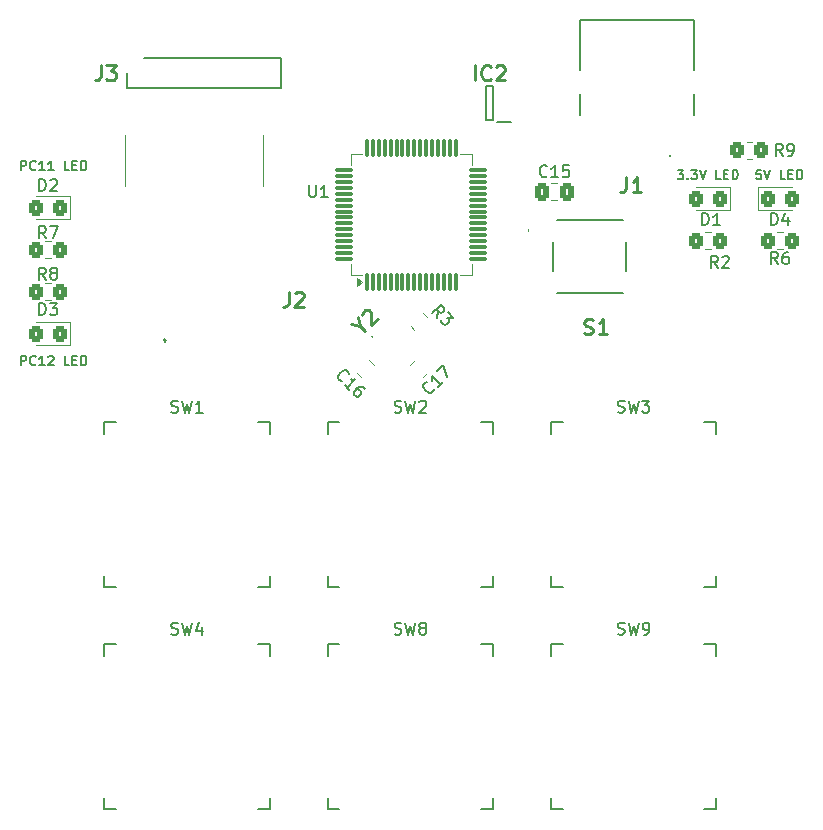
<source format=gto>
G04 #@! TF.GenerationSoftware,KiCad,Pcbnew,8.0.7*
G04 #@! TF.CreationDate,2025-04-22T23:12:23-04:00*
G04 #@! TF.ProjectId,custom-keypad,63757374-6f6d-42d6-9b65-797061642e6b,rev?*
G04 #@! TF.SameCoordinates,Original*
G04 #@! TF.FileFunction,Legend,Top*
G04 #@! TF.FilePolarity,Positive*
%FSLAX46Y46*%
G04 Gerber Fmt 4.6, Leading zero omitted, Abs format (unit mm)*
G04 Created by KiCad (PCBNEW 8.0.7) date 2025-04-22 23:12:23*
%MOMM*%
%LPD*%
G01*
G04 APERTURE LIST*
G04 Aperture macros list*
%AMRoundRect*
0 Rectangle with rounded corners*
0 $1 Rounding radius*
0 $2 $3 $4 $5 $6 $7 $8 $9 X,Y pos of 4 corners*
0 Add a 4 corners polygon primitive as box body*
4,1,4,$2,$3,$4,$5,$6,$7,$8,$9,$2,$3,0*
0 Add four circle primitives for the rounded corners*
1,1,$1+$1,$2,$3*
1,1,$1+$1,$4,$5*
1,1,$1+$1,$6,$7*
1,1,$1+$1,$8,$9*
0 Add four rect primitives between the rounded corners*
20,1,$1+$1,$2,$3,$4,$5,0*
20,1,$1+$1,$4,$5,$6,$7,0*
20,1,$1+$1,$6,$7,$8,$9,0*
20,1,$1+$1,$8,$9,$2,$3,0*%
%AMRotRect*
0 Rectangle, with rotation*
0 The origin of the aperture is its center*
0 $1 length*
0 $2 width*
0 $3 Rotation angle, in degrees counterclockwise*
0 Add horizontal line*
21,1,$1,$2,0,0,$3*%
G04 Aperture macros list end*
%ADD10C,0.187500*%
%ADD11C,0.150000*%
%ADD12C,0.254000*%
%ADD13C,0.120000*%
%ADD14C,0.200000*%
%ADD15C,0.100000*%
%ADD16R,1.650000X1.650000*%
%ADD17C,1.650000*%
%ADD18RoundRect,0.250000X-0.325000X-0.450000X0.325000X-0.450000X0.325000X0.450000X-0.325000X0.450000X0*%
%ADD19RoundRect,0.250000X0.350000X0.450000X-0.350000X0.450000X-0.350000X-0.450000X0.350000X-0.450000X0*%
%ADD20C,1.701800*%
%ADD21C,3.987800*%
%ADD22C,2.286000*%
%ADD23C,3.200000*%
%ADD24R,1.200000X0.600000*%
%ADD25RoundRect,0.250000X0.325000X0.450000X-0.325000X0.450000X-0.325000X-0.450000X0.325000X-0.450000X0*%
%ADD26RoundRect,0.250000X-0.337500X-0.475000X0.337500X-0.475000X0.337500X0.475000X-0.337500X0.475000X0*%
%ADD27R,1.550000X1.300000*%
%ADD28RotRect,0.700000X0.750000X45.000000*%
%ADD29RoundRect,0.250000X0.565685X0.070711X0.070711X0.565685X-0.565685X-0.070711X-0.070711X-0.565685X0*%
%ADD30RoundRect,0.250000X-0.097227X0.574524X-0.574524X0.097227X0.097227X-0.574524X0.574524X-0.097227X0*%
%ADD31C,1.800000*%
%ADD32C,4.950000*%
%ADD33RoundRect,0.250000X-0.350000X-0.450000X0.350000X-0.450000X0.350000X0.450000X-0.350000X0.450000X0*%
%ADD34RoundRect,0.075000X0.075000X-0.700000X0.075000X0.700000X-0.075000X0.700000X-0.075000X-0.700000X0*%
%ADD35RoundRect,0.075000X0.700000X-0.075000X0.700000X0.075000X-0.700000X0.075000X-0.700000X-0.075000X0*%
%ADD36C,0.650000*%
%ADD37C,1.000000*%
%ADD38R,0.300000X1.700000*%
%ADD39C,1.815000*%
%ADD40R,1.000000X1.200000*%
%ADD41RoundRect,0.250000X-0.574524X-0.097227X-0.097227X-0.574524X0.574524X0.097227X0.097227X0.574524X0*%
%ADD42C,0.600000*%
%ADD43C,6.000000*%
G04 APERTURE END LIST*
D10*
X107933640Y-35668345D02*
X108428878Y-35668345D01*
X108428878Y-35668345D02*
X108162212Y-35973107D01*
X108162212Y-35973107D02*
X108276497Y-35973107D01*
X108276497Y-35973107D02*
X108352688Y-36011202D01*
X108352688Y-36011202D02*
X108390783Y-36049297D01*
X108390783Y-36049297D02*
X108428878Y-36125488D01*
X108428878Y-36125488D02*
X108428878Y-36315964D01*
X108428878Y-36315964D02*
X108390783Y-36392154D01*
X108390783Y-36392154D02*
X108352688Y-36430250D01*
X108352688Y-36430250D02*
X108276497Y-36468345D01*
X108276497Y-36468345D02*
X108047926Y-36468345D01*
X108047926Y-36468345D02*
X107971735Y-36430250D01*
X107971735Y-36430250D02*
X107933640Y-36392154D01*
X108771736Y-36392154D02*
X108809831Y-36430250D01*
X108809831Y-36430250D02*
X108771736Y-36468345D01*
X108771736Y-36468345D02*
X108733640Y-36430250D01*
X108733640Y-36430250D02*
X108771736Y-36392154D01*
X108771736Y-36392154D02*
X108771736Y-36468345D01*
X109076497Y-35668345D02*
X109571735Y-35668345D01*
X109571735Y-35668345D02*
X109305069Y-35973107D01*
X109305069Y-35973107D02*
X109419354Y-35973107D01*
X109419354Y-35973107D02*
X109495545Y-36011202D01*
X109495545Y-36011202D02*
X109533640Y-36049297D01*
X109533640Y-36049297D02*
X109571735Y-36125488D01*
X109571735Y-36125488D02*
X109571735Y-36315964D01*
X109571735Y-36315964D02*
X109533640Y-36392154D01*
X109533640Y-36392154D02*
X109495545Y-36430250D01*
X109495545Y-36430250D02*
X109419354Y-36468345D01*
X109419354Y-36468345D02*
X109190783Y-36468345D01*
X109190783Y-36468345D02*
X109114592Y-36430250D01*
X109114592Y-36430250D02*
X109076497Y-36392154D01*
X109800307Y-35668345D02*
X110066974Y-36468345D01*
X110066974Y-36468345D02*
X110333640Y-35668345D01*
X111590783Y-36468345D02*
X111209831Y-36468345D01*
X111209831Y-36468345D02*
X111209831Y-35668345D01*
X111857450Y-36049297D02*
X112124116Y-36049297D01*
X112238402Y-36468345D02*
X111857450Y-36468345D01*
X111857450Y-36468345D02*
X111857450Y-35668345D01*
X111857450Y-35668345D02*
X112238402Y-35668345D01*
X112581260Y-36468345D02*
X112581260Y-35668345D01*
X112581260Y-35668345D02*
X112771736Y-35668345D01*
X112771736Y-35668345D02*
X112886022Y-35706440D01*
X112886022Y-35706440D02*
X112962212Y-35782630D01*
X112962212Y-35782630D02*
X113000307Y-35858821D01*
X113000307Y-35858821D02*
X113038403Y-36011202D01*
X113038403Y-36011202D02*
X113038403Y-36125488D01*
X113038403Y-36125488D02*
X113000307Y-36277869D01*
X113000307Y-36277869D02*
X112962212Y-36354059D01*
X112962212Y-36354059D02*
X112886022Y-36430250D01*
X112886022Y-36430250D02*
X112771736Y-36468345D01*
X112771736Y-36468345D02*
X112581260Y-36468345D01*
X52313831Y-35706345D02*
X52313831Y-34906345D01*
X52313831Y-34906345D02*
X52618593Y-34906345D01*
X52618593Y-34906345D02*
X52694783Y-34944440D01*
X52694783Y-34944440D02*
X52732878Y-34982535D01*
X52732878Y-34982535D02*
X52770974Y-35058726D01*
X52770974Y-35058726D02*
X52770974Y-35173011D01*
X52770974Y-35173011D02*
X52732878Y-35249202D01*
X52732878Y-35249202D02*
X52694783Y-35287297D01*
X52694783Y-35287297D02*
X52618593Y-35325392D01*
X52618593Y-35325392D02*
X52313831Y-35325392D01*
X53570974Y-35630154D02*
X53532878Y-35668250D01*
X53532878Y-35668250D02*
X53418593Y-35706345D01*
X53418593Y-35706345D02*
X53342402Y-35706345D01*
X53342402Y-35706345D02*
X53228116Y-35668250D01*
X53228116Y-35668250D02*
X53151926Y-35592059D01*
X53151926Y-35592059D02*
X53113831Y-35515869D01*
X53113831Y-35515869D02*
X53075735Y-35363488D01*
X53075735Y-35363488D02*
X53075735Y-35249202D01*
X53075735Y-35249202D02*
X53113831Y-35096821D01*
X53113831Y-35096821D02*
X53151926Y-35020630D01*
X53151926Y-35020630D02*
X53228116Y-34944440D01*
X53228116Y-34944440D02*
X53342402Y-34906345D01*
X53342402Y-34906345D02*
X53418593Y-34906345D01*
X53418593Y-34906345D02*
X53532878Y-34944440D01*
X53532878Y-34944440D02*
X53570974Y-34982535D01*
X54332878Y-35706345D02*
X53875735Y-35706345D01*
X54104307Y-35706345D02*
X54104307Y-34906345D01*
X54104307Y-34906345D02*
X54028116Y-35020630D01*
X54028116Y-35020630D02*
X53951926Y-35096821D01*
X53951926Y-35096821D02*
X53875735Y-35134916D01*
X55094783Y-35706345D02*
X54637640Y-35706345D01*
X54866212Y-35706345D02*
X54866212Y-34906345D01*
X54866212Y-34906345D02*
X54790021Y-35020630D01*
X54790021Y-35020630D02*
X54713831Y-35096821D01*
X54713831Y-35096821D02*
X54637640Y-35134916D01*
X56428117Y-35706345D02*
X56047165Y-35706345D01*
X56047165Y-35706345D02*
X56047165Y-34906345D01*
X56694784Y-35287297D02*
X56961450Y-35287297D01*
X57075736Y-35706345D02*
X56694784Y-35706345D01*
X56694784Y-35706345D02*
X56694784Y-34906345D01*
X56694784Y-34906345D02*
X57075736Y-34906345D01*
X57418594Y-35706345D02*
X57418594Y-34906345D01*
X57418594Y-34906345D02*
X57609070Y-34906345D01*
X57609070Y-34906345D02*
X57723356Y-34944440D01*
X57723356Y-34944440D02*
X57799546Y-35020630D01*
X57799546Y-35020630D02*
X57837641Y-35096821D01*
X57837641Y-35096821D02*
X57875737Y-35249202D01*
X57875737Y-35249202D02*
X57875737Y-35363488D01*
X57875737Y-35363488D02*
X57837641Y-35515869D01*
X57837641Y-35515869D02*
X57799546Y-35592059D01*
X57799546Y-35592059D02*
X57723356Y-35668250D01*
X57723356Y-35668250D02*
X57609070Y-35706345D01*
X57609070Y-35706345D02*
X57418594Y-35706345D01*
X52313831Y-52216345D02*
X52313831Y-51416345D01*
X52313831Y-51416345D02*
X52618593Y-51416345D01*
X52618593Y-51416345D02*
X52694783Y-51454440D01*
X52694783Y-51454440D02*
X52732878Y-51492535D01*
X52732878Y-51492535D02*
X52770974Y-51568726D01*
X52770974Y-51568726D02*
X52770974Y-51683011D01*
X52770974Y-51683011D02*
X52732878Y-51759202D01*
X52732878Y-51759202D02*
X52694783Y-51797297D01*
X52694783Y-51797297D02*
X52618593Y-51835392D01*
X52618593Y-51835392D02*
X52313831Y-51835392D01*
X53570974Y-52140154D02*
X53532878Y-52178250D01*
X53532878Y-52178250D02*
X53418593Y-52216345D01*
X53418593Y-52216345D02*
X53342402Y-52216345D01*
X53342402Y-52216345D02*
X53228116Y-52178250D01*
X53228116Y-52178250D02*
X53151926Y-52102059D01*
X53151926Y-52102059D02*
X53113831Y-52025869D01*
X53113831Y-52025869D02*
X53075735Y-51873488D01*
X53075735Y-51873488D02*
X53075735Y-51759202D01*
X53075735Y-51759202D02*
X53113831Y-51606821D01*
X53113831Y-51606821D02*
X53151926Y-51530630D01*
X53151926Y-51530630D02*
X53228116Y-51454440D01*
X53228116Y-51454440D02*
X53342402Y-51416345D01*
X53342402Y-51416345D02*
X53418593Y-51416345D01*
X53418593Y-51416345D02*
X53532878Y-51454440D01*
X53532878Y-51454440D02*
X53570974Y-51492535D01*
X54332878Y-52216345D02*
X53875735Y-52216345D01*
X54104307Y-52216345D02*
X54104307Y-51416345D01*
X54104307Y-51416345D02*
X54028116Y-51530630D01*
X54028116Y-51530630D02*
X53951926Y-51606821D01*
X53951926Y-51606821D02*
X53875735Y-51644916D01*
X54637640Y-51492535D02*
X54675736Y-51454440D01*
X54675736Y-51454440D02*
X54751926Y-51416345D01*
X54751926Y-51416345D02*
X54942402Y-51416345D01*
X54942402Y-51416345D02*
X55018593Y-51454440D01*
X55018593Y-51454440D02*
X55056688Y-51492535D01*
X55056688Y-51492535D02*
X55094783Y-51568726D01*
X55094783Y-51568726D02*
X55094783Y-51644916D01*
X55094783Y-51644916D02*
X55056688Y-51759202D01*
X55056688Y-51759202D02*
X54599545Y-52216345D01*
X54599545Y-52216345D02*
X55094783Y-52216345D01*
X56428117Y-52216345D02*
X56047165Y-52216345D01*
X56047165Y-52216345D02*
X56047165Y-51416345D01*
X56694784Y-51797297D02*
X56961450Y-51797297D01*
X57075736Y-52216345D02*
X56694784Y-52216345D01*
X56694784Y-52216345D02*
X56694784Y-51416345D01*
X56694784Y-51416345D02*
X57075736Y-51416345D01*
X57418594Y-52216345D02*
X57418594Y-51416345D01*
X57418594Y-51416345D02*
X57609070Y-51416345D01*
X57609070Y-51416345D02*
X57723356Y-51454440D01*
X57723356Y-51454440D02*
X57799546Y-51530630D01*
X57799546Y-51530630D02*
X57837641Y-51606821D01*
X57837641Y-51606821D02*
X57875737Y-51759202D01*
X57875737Y-51759202D02*
X57875737Y-51873488D01*
X57875737Y-51873488D02*
X57837641Y-52025869D01*
X57837641Y-52025869D02*
X57799546Y-52102059D01*
X57799546Y-52102059D02*
X57723356Y-52178250D01*
X57723356Y-52178250D02*
X57609070Y-52216345D01*
X57609070Y-52216345D02*
X57418594Y-52216345D01*
X114994783Y-35668345D02*
X114613831Y-35668345D01*
X114613831Y-35668345D02*
X114575735Y-36049297D01*
X114575735Y-36049297D02*
X114613831Y-36011202D01*
X114613831Y-36011202D02*
X114690021Y-35973107D01*
X114690021Y-35973107D02*
X114880497Y-35973107D01*
X114880497Y-35973107D02*
X114956688Y-36011202D01*
X114956688Y-36011202D02*
X114994783Y-36049297D01*
X114994783Y-36049297D02*
X115032878Y-36125488D01*
X115032878Y-36125488D02*
X115032878Y-36315964D01*
X115032878Y-36315964D02*
X114994783Y-36392154D01*
X114994783Y-36392154D02*
X114956688Y-36430250D01*
X114956688Y-36430250D02*
X114880497Y-36468345D01*
X114880497Y-36468345D02*
X114690021Y-36468345D01*
X114690021Y-36468345D02*
X114613831Y-36430250D01*
X114613831Y-36430250D02*
X114575735Y-36392154D01*
X115261450Y-35668345D02*
X115528117Y-36468345D01*
X115528117Y-36468345D02*
X115794783Y-35668345D01*
X117051926Y-36468345D02*
X116670974Y-36468345D01*
X116670974Y-36468345D02*
X116670974Y-35668345D01*
X117318593Y-36049297D02*
X117585259Y-36049297D01*
X117699545Y-36468345D02*
X117318593Y-36468345D01*
X117318593Y-36468345D02*
X117318593Y-35668345D01*
X117318593Y-35668345D02*
X117699545Y-35668345D01*
X118042403Y-36468345D02*
X118042403Y-35668345D01*
X118042403Y-35668345D02*
X118232879Y-35668345D01*
X118232879Y-35668345D02*
X118347165Y-35706440D01*
X118347165Y-35706440D02*
X118423355Y-35782630D01*
X118423355Y-35782630D02*
X118461450Y-35858821D01*
X118461450Y-35858821D02*
X118499546Y-36011202D01*
X118499546Y-36011202D02*
X118499546Y-36125488D01*
X118499546Y-36125488D02*
X118461450Y-36277869D01*
X118461450Y-36277869D02*
X118423355Y-36354059D01*
X118423355Y-36354059D02*
X118347165Y-36430250D01*
X118347165Y-36430250D02*
X118232879Y-36468345D01*
X118232879Y-36468345D02*
X118042403Y-36468345D01*
D11*
X115847905Y-40332819D02*
X115847905Y-39332819D01*
X115847905Y-39332819D02*
X116086000Y-39332819D01*
X116086000Y-39332819D02*
X116228857Y-39380438D01*
X116228857Y-39380438D02*
X116324095Y-39475676D01*
X116324095Y-39475676D02*
X116371714Y-39570914D01*
X116371714Y-39570914D02*
X116419333Y-39761390D01*
X116419333Y-39761390D02*
X116419333Y-39904247D01*
X116419333Y-39904247D02*
X116371714Y-40094723D01*
X116371714Y-40094723D02*
X116324095Y-40189961D01*
X116324095Y-40189961D02*
X116228857Y-40285200D01*
X116228857Y-40285200D02*
X116086000Y-40332819D01*
X116086000Y-40332819D02*
X115847905Y-40332819D01*
X117276476Y-39666152D02*
X117276476Y-40332819D01*
X117038381Y-39285200D02*
X116800286Y-39999485D01*
X116800286Y-39999485D02*
X117419333Y-39999485D01*
X54443333Y-41454819D02*
X54110000Y-40978628D01*
X53871905Y-41454819D02*
X53871905Y-40454819D01*
X53871905Y-40454819D02*
X54252857Y-40454819D01*
X54252857Y-40454819D02*
X54348095Y-40502438D01*
X54348095Y-40502438D02*
X54395714Y-40550057D01*
X54395714Y-40550057D02*
X54443333Y-40645295D01*
X54443333Y-40645295D02*
X54443333Y-40788152D01*
X54443333Y-40788152D02*
X54395714Y-40883390D01*
X54395714Y-40883390D02*
X54348095Y-40931009D01*
X54348095Y-40931009D02*
X54252857Y-40978628D01*
X54252857Y-40978628D02*
X53871905Y-40978628D01*
X54776667Y-40454819D02*
X55443333Y-40454819D01*
X55443333Y-40454819D02*
X55014762Y-41454819D01*
X65068667Y-74956200D02*
X65211524Y-75003819D01*
X65211524Y-75003819D02*
X65449619Y-75003819D01*
X65449619Y-75003819D02*
X65544857Y-74956200D01*
X65544857Y-74956200D02*
X65592476Y-74908580D01*
X65592476Y-74908580D02*
X65640095Y-74813342D01*
X65640095Y-74813342D02*
X65640095Y-74718104D01*
X65640095Y-74718104D02*
X65592476Y-74622866D01*
X65592476Y-74622866D02*
X65544857Y-74575247D01*
X65544857Y-74575247D02*
X65449619Y-74527628D01*
X65449619Y-74527628D02*
X65259143Y-74480009D01*
X65259143Y-74480009D02*
X65163905Y-74432390D01*
X65163905Y-74432390D02*
X65116286Y-74384771D01*
X65116286Y-74384771D02*
X65068667Y-74289533D01*
X65068667Y-74289533D02*
X65068667Y-74194295D01*
X65068667Y-74194295D02*
X65116286Y-74099057D01*
X65116286Y-74099057D02*
X65163905Y-74051438D01*
X65163905Y-74051438D02*
X65259143Y-74003819D01*
X65259143Y-74003819D02*
X65497238Y-74003819D01*
X65497238Y-74003819D02*
X65640095Y-74051438D01*
X65973429Y-74003819D02*
X66211524Y-75003819D01*
X66211524Y-75003819D02*
X66402000Y-74289533D01*
X66402000Y-74289533D02*
X66592476Y-75003819D01*
X66592476Y-75003819D02*
X66830572Y-74003819D01*
X67640095Y-74337152D02*
X67640095Y-75003819D01*
X67402000Y-73956200D02*
X67163905Y-74670485D01*
X67163905Y-74670485D02*
X67782952Y-74670485D01*
D12*
X90760237Y-28074318D02*
X90760237Y-26804318D01*
X92090714Y-27953365D02*
X92030238Y-28013842D01*
X92030238Y-28013842D02*
X91848809Y-28074318D01*
X91848809Y-28074318D02*
X91727857Y-28074318D01*
X91727857Y-28074318D02*
X91546428Y-28013842D01*
X91546428Y-28013842D02*
X91425476Y-27892889D01*
X91425476Y-27892889D02*
X91364999Y-27771937D01*
X91364999Y-27771937D02*
X91304523Y-27530032D01*
X91304523Y-27530032D02*
X91304523Y-27348603D01*
X91304523Y-27348603D02*
X91364999Y-27106699D01*
X91364999Y-27106699D02*
X91425476Y-26985746D01*
X91425476Y-26985746D02*
X91546428Y-26864794D01*
X91546428Y-26864794D02*
X91727857Y-26804318D01*
X91727857Y-26804318D02*
X91848809Y-26804318D01*
X91848809Y-26804318D02*
X92030238Y-26864794D01*
X92030238Y-26864794D02*
X92090714Y-26925270D01*
X92574523Y-26925270D02*
X92634999Y-26864794D01*
X92634999Y-26864794D02*
X92755952Y-26804318D01*
X92755952Y-26804318D02*
X93058333Y-26804318D01*
X93058333Y-26804318D02*
X93179285Y-26864794D01*
X93179285Y-26864794D02*
X93239761Y-26925270D01*
X93239761Y-26925270D02*
X93300238Y-27046222D01*
X93300238Y-27046222D02*
X93300238Y-27167175D01*
X93300238Y-27167175D02*
X93239761Y-27348603D01*
X93239761Y-27348603D02*
X92514047Y-28074318D01*
X92514047Y-28074318D02*
X93300238Y-28074318D01*
D11*
X83968667Y-74956200D02*
X84111524Y-75003819D01*
X84111524Y-75003819D02*
X84349619Y-75003819D01*
X84349619Y-75003819D02*
X84444857Y-74956200D01*
X84444857Y-74956200D02*
X84492476Y-74908580D01*
X84492476Y-74908580D02*
X84540095Y-74813342D01*
X84540095Y-74813342D02*
X84540095Y-74718104D01*
X84540095Y-74718104D02*
X84492476Y-74622866D01*
X84492476Y-74622866D02*
X84444857Y-74575247D01*
X84444857Y-74575247D02*
X84349619Y-74527628D01*
X84349619Y-74527628D02*
X84159143Y-74480009D01*
X84159143Y-74480009D02*
X84063905Y-74432390D01*
X84063905Y-74432390D02*
X84016286Y-74384771D01*
X84016286Y-74384771D02*
X83968667Y-74289533D01*
X83968667Y-74289533D02*
X83968667Y-74194295D01*
X83968667Y-74194295D02*
X84016286Y-74099057D01*
X84016286Y-74099057D02*
X84063905Y-74051438D01*
X84063905Y-74051438D02*
X84159143Y-74003819D01*
X84159143Y-74003819D02*
X84397238Y-74003819D01*
X84397238Y-74003819D02*
X84540095Y-74051438D01*
X84873429Y-74003819D02*
X85111524Y-75003819D01*
X85111524Y-75003819D02*
X85302000Y-74289533D01*
X85302000Y-74289533D02*
X85492476Y-75003819D01*
X85492476Y-75003819D02*
X85730572Y-74003819D01*
X86254381Y-74432390D02*
X86159143Y-74384771D01*
X86159143Y-74384771D02*
X86111524Y-74337152D01*
X86111524Y-74337152D02*
X86063905Y-74241914D01*
X86063905Y-74241914D02*
X86063905Y-74194295D01*
X86063905Y-74194295D02*
X86111524Y-74099057D01*
X86111524Y-74099057D02*
X86159143Y-74051438D01*
X86159143Y-74051438D02*
X86254381Y-74003819D01*
X86254381Y-74003819D02*
X86444857Y-74003819D01*
X86444857Y-74003819D02*
X86540095Y-74051438D01*
X86540095Y-74051438D02*
X86587714Y-74099057D01*
X86587714Y-74099057D02*
X86635333Y-74194295D01*
X86635333Y-74194295D02*
X86635333Y-74241914D01*
X86635333Y-74241914D02*
X86587714Y-74337152D01*
X86587714Y-74337152D02*
X86540095Y-74384771D01*
X86540095Y-74384771D02*
X86444857Y-74432390D01*
X86444857Y-74432390D02*
X86254381Y-74432390D01*
X86254381Y-74432390D02*
X86159143Y-74480009D01*
X86159143Y-74480009D02*
X86111524Y-74527628D01*
X86111524Y-74527628D02*
X86063905Y-74622866D01*
X86063905Y-74622866D02*
X86063905Y-74813342D01*
X86063905Y-74813342D02*
X86111524Y-74908580D01*
X86111524Y-74908580D02*
X86159143Y-74956200D01*
X86159143Y-74956200D02*
X86254381Y-75003819D01*
X86254381Y-75003819D02*
X86444857Y-75003819D01*
X86444857Y-75003819D02*
X86540095Y-74956200D01*
X86540095Y-74956200D02*
X86587714Y-74908580D01*
X86587714Y-74908580D02*
X86635333Y-74813342D01*
X86635333Y-74813342D02*
X86635333Y-74622866D01*
X86635333Y-74622866D02*
X86587714Y-74527628D01*
X86587714Y-74527628D02*
X86540095Y-74480009D01*
X86540095Y-74480009D02*
X86444857Y-74432390D01*
X53871905Y-37454819D02*
X53871905Y-36454819D01*
X53871905Y-36454819D02*
X54110000Y-36454819D01*
X54110000Y-36454819D02*
X54252857Y-36502438D01*
X54252857Y-36502438D02*
X54348095Y-36597676D01*
X54348095Y-36597676D02*
X54395714Y-36692914D01*
X54395714Y-36692914D02*
X54443333Y-36883390D01*
X54443333Y-36883390D02*
X54443333Y-37026247D01*
X54443333Y-37026247D02*
X54395714Y-37216723D01*
X54395714Y-37216723D02*
X54348095Y-37311961D01*
X54348095Y-37311961D02*
X54252857Y-37407200D01*
X54252857Y-37407200D02*
X54110000Y-37454819D01*
X54110000Y-37454819D02*
X53871905Y-37454819D01*
X54824286Y-36550057D02*
X54871905Y-36502438D01*
X54871905Y-36502438D02*
X54967143Y-36454819D01*
X54967143Y-36454819D02*
X55205238Y-36454819D01*
X55205238Y-36454819D02*
X55300476Y-36502438D01*
X55300476Y-36502438D02*
X55348095Y-36550057D01*
X55348095Y-36550057D02*
X55395714Y-36645295D01*
X55395714Y-36645295D02*
X55395714Y-36740533D01*
X55395714Y-36740533D02*
X55348095Y-36883390D01*
X55348095Y-36883390D02*
X54776667Y-37454819D01*
X54776667Y-37454819D02*
X55395714Y-37454819D01*
X96857142Y-36179581D02*
X96809523Y-36227201D01*
X96809523Y-36227201D02*
X96666666Y-36274820D01*
X96666666Y-36274820D02*
X96571428Y-36274820D01*
X96571428Y-36274820D02*
X96428571Y-36227201D01*
X96428571Y-36227201D02*
X96333333Y-36131962D01*
X96333333Y-36131962D02*
X96285714Y-36036724D01*
X96285714Y-36036724D02*
X96238095Y-35846248D01*
X96238095Y-35846248D02*
X96238095Y-35703391D01*
X96238095Y-35703391D02*
X96285714Y-35512915D01*
X96285714Y-35512915D02*
X96333333Y-35417677D01*
X96333333Y-35417677D02*
X96428571Y-35322439D01*
X96428571Y-35322439D02*
X96571428Y-35274820D01*
X96571428Y-35274820D02*
X96666666Y-35274820D01*
X96666666Y-35274820D02*
X96809523Y-35322439D01*
X96809523Y-35322439D02*
X96857142Y-35370058D01*
X97809523Y-36274820D02*
X97238095Y-36274820D01*
X97523809Y-36274820D02*
X97523809Y-35274820D01*
X97523809Y-35274820D02*
X97428571Y-35417677D01*
X97428571Y-35417677D02*
X97333333Y-35512915D01*
X97333333Y-35512915D02*
X97238095Y-35560534D01*
X98714285Y-35274820D02*
X98238095Y-35274820D01*
X98238095Y-35274820D02*
X98190476Y-35751010D01*
X98190476Y-35751010D02*
X98238095Y-35703391D01*
X98238095Y-35703391D02*
X98333333Y-35655772D01*
X98333333Y-35655772D02*
X98571428Y-35655772D01*
X98571428Y-35655772D02*
X98666666Y-35703391D01*
X98666666Y-35703391D02*
X98714285Y-35751010D01*
X98714285Y-35751010D02*
X98761904Y-35846248D01*
X98761904Y-35846248D02*
X98761904Y-36084343D01*
X98761904Y-36084343D02*
X98714285Y-36179581D01*
X98714285Y-36179581D02*
X98666666Y-36227201D01*
X98666666Y-36227201D02*
X98571428Y-36274820D01*
X98571428Y-36274820D02*
X98333333Y-36274820D01*
X98333333Y-36274820D02*
X98238095Y-36227201D01*
X98238095Y-36227201D02*
X98190476Y-36179581D01*
D12*
X59076667Y-26804318D02*
X59076667Y-27711461D01*
X59076667Y-27711461D02*
X59016190Y-27892889D01*
X59016190Y-27892889D02*
X58895238Y-28013842D01*
X58895238Y-28013842D02*
X58713809Y-28074318D01*
X58713809Y-28074318D02*
X58592857Y-28074318D01*
X59560476Y-26804318D02*
X60346667Y-26804318D01*
X60346667Y-26804318D02*
X59923333Y-27288127D01*
X59923333Y-27288127D02*
X60104762Y-27288127D01*
X60104762Y-27288127D02*
X60225714Y-27348603D01*
X60225714Y-27348603D02*
X60286190Y-27409080D01*
X60286190Y-27409080D02*
X60346667Y-27530032D01*
X60346667Y-27530032D02*
X60346667Y-27832413D01*
X60346667Y-27832413D02*
X60286190Y-27953365D01*
X60286190Y-27953365D02*
X60225714Y-28013842D01*
X60225714Y-28013842D02*
X60104762Y-28074318D01*
X60104762Y-28074318D02*
X59741905Y-28074318D01*
X59741905Y-28074318D02*
X59620952Y-28013842D01*
X59620952Y-28013842D02*
X59560476Y-27953365D01*
D11*
X54443333Y-44954819D02*
X54110000Y-44478628D01*
X53871905Y-44954819D02*
X53871905Y-43954819D01*
X53871905Y-43954819D02*
X54252857Y-43954819D01*
X54252857Y-43954819D02*
X54348095Y-44002438D01*
X54348095Y-44002438D02*
X54395714Y-44050057D01*
X54395714Y-44050057D02*
X54443333Y-44145295D01*
X54443333Y-44145295D02*
X54443333Y-44288152D01*
X54443333Y-44288152D02*
X54395714Y-44383390D01*
X54395714Y-44383390D02*
X54348095Y-44431009D01*
X54348095Y-44431009D02*
X54252857Y-44478628D01*
X54252857Y-44478628D02*
X53871905Y-44478628D01*
X55014762Y-44383390D02*
X54919524Y-44335771D01*
X54919524Y-44335771D02*
X54871905Y-44288152D01*
X54871905Y-44288152D02*
X54824286Y-44192914D01*
X54824286Y-44192914D02*
X54824286Y-44145295D01*
X54824286Y-44145295D02*
X54871905Y-44050057D01*
X54871905Y-44050057D02*
X54919524Y-44002438D01*
X54919524Y-44002438D02*
X55014762Y-43954819D01*
X55014762Y-43954819D02*
X55205238Y-43954819D01*
X55205238Y-43954819D02*
X55300476Y-44002438D01*
X55300476Y-44002438D02*
X55348095Y-44050057D01*
X55348095Y-44050057D02*
X55395714Y-44145295D01*
X55395714Y-44145295D02*
X55395714Y-44192914D01*
X55395714Y-44192914D02*
X55348095Y-44288152D01*
X55348095Y-44288152D02*
X55300476Y-44335771D01*
X55300476Y-44335771D02*
X55205238Y-44383390D01*
X55205238Y-44383390D02*
X55014762Y-44383390D01*
X55014762Y-44383390D02*
X54919524Y-44431009D01*
X54919524Y-44431009D02*
X54871905Y-44478628D01*
X54871905Y-44478628D02*
X54824286Y-44573866D01*
X54824286Y-44573866D02*
X54824286Y-44764342D01*
X54824286Y-44764342D02*
X54871905Y-44859580D01*
X54871905Y-44859580D02*
X54919524Y-44907200D01*
X54919524Y-44907200D02*
X55014762Y-44954819D01*
X55014762Y-44954819D02*
X55205238Y-44954819D01*
X55205238Y-44954819D02*
X55300476Y-44907200D01*
X55300476Y-44907200D02*
X55348095Y-44859580D01*
X55348095Y-44859580D02*
X55395714Y-44764342D01*
X55395714Y-44764342D02*
X55395714Y-44573866D01*
X55395714Y-44573866D02*
X55348095Y-44478628D01*
X55348095Y-44478628D02*
X55300476Y-44431009D01*
X55300476Y-44431009D02*
X55205238Y-44383390D01*
D12*
X100032380Y-49513842D02*
X100213809Y-49574318D01*
X100213809Y-49574318D02*
X100516190Y-49574318D01*
X100516190Y-49574318D02*
X100637142Y-49513842D01*
X100637142Y-49513842D02*
X100697618Y-49453365D01*
X100697618Y-49453365D02*
X100758095Y-49332413D01*
X100758095Y-49332413D02*
X100758095Y-49211461D01*
X100758095Y-49211461D02*
X100697618Y-49090508D01*
X100697618Y-49090508D02*
X100637142Y-49030032D01*
X100637142Y-49030032D02*
X100516190Y-48969556D01*
X100516190Y-48969556D02*
X100274285Y-48909080D01*
X100274285Y-48909080D02*
X100153333Y-48848603D01*
X100153333Y-48848603D02*
X100092856Y-48788127D01*
X100092856Y-48788127D02*
X100032380Y-48667175D01*
X100032380Y-48667175D02*
X100032380Y-48546222D01*
X100032380Y-48546222D02*
X100092856Y-48425270D01*
X100092856Y-48425270D02*
X100153333Y-48364794D01*
X100153333Y-48364794D02*
X100274285Y-48304318D01*
X100274285Y-48304318D02*
X100576666Y-48304318D01*
X100576666Y-48304318D02*
X100758095Y-48364794D01*
X101967619Y-49574318D02*
X101241904Y-49574318D01*
X101604761Y-49574318D02*
X101604761Y-48304318D01*
X101604761Y-48304318D02*
X101483809Y-48485746D01*
X101483809Y-48485746D02*
X101362857Y-48606699D01*
X101362857Y-48606699D02*
X101241904Y-48667175D01*
X81050842Y-48906103D02*
X81478473Y-49333735D01*
X80281105Y-48735051D02*
X81050842Y-48906103D01*
X81050842Y-48906103D02*
X80879789Y-48136367D01*
X81221894Y-47965315D02*
X81221894Y-47879789D01*
X81221894Y-47879789D02*
X81264657Y-47751499D01*
X81264657Y-47751499D02*
X81478473Y-47537684D01*
X81478473Y-47537684D02*
X81606762Y-47494921D01*
X81606762Y-47494921D02*
X81692288Y-47494921D01*
X81692288Y-47494921D02*
X81820578Y-47537684D01*
X81820578Y-47537684D02*
X81906104Y-47623210D01*
X81906104Y-47623210D02*
X81991630Y-47794262D01*
X81991630Y-47794262D02*
X81991630Y-48820577D01*
X81991630Y-48820577D02*
X82547551Y-48264657D01*
D11*
X87560543Y-48203754D02*
X87661558Y-47631335D01*
X87156482Y-47799693D02*
X87863589Y-47092587D01*
X87863589Y-47092587D02*
X88132963Y-47361961D01*
X88132963Y-47361961D02*
X88166635Y-47462976D01*
X88166635Y-47462976D02*
X88166635Y-47530319D01*
X88166635Y-47530319D02*
X88132963Y-47631335D01*
X88132963Y-47631335D02*
X88031948Y-47732350D01*
X88031948Y-47732350D02*
X87930932Y-47766022D01*
X87930932Y-47766022D02*
X87863589Y-47766022D01*
X87863589Y-47766022D02*
X87762574Y-47732350D01*
X87762574Y-47732350D02*
X87493200Y-47462976D01*
X88503352Y-47732350D02*
X88941085Y-48170083D01*
X88941085Y-48170083D02*
X88436009Y-48203754D01*
X88436009Y-48203754D02*
X88537024Y-48304770D01*
X88537024Y-48304770D02*
X88570696Y-48405785D01*
X88570696Y-48405785D02*
X88570696Y-48473128D01*
X88570696Y-48473128D02*
X88537024Y-48574144D01*
X88537024Y-48574144D02*
X88368665Y-48742502D01*
X88368665Y-48742502D02*
X88267650Y-48776174D01*
X88267650Y-48776174D02*
X88200306Y-48776174D01*
X88200306Y-48776174D02*
X88099291Y-48742502D01*
X88099291Y-48742502D02*
X87897261Y-48540472D01*
X87897261Y-48540472D02*
X87863589Y-48439457D01*
X87863589Y-48439457D02*
X87863589Y-48372113D01*
X87299693Y-54208830D02*
X87299693Y-54276174D01*
X87299693Y-54276174D02*
X87232349Y-54410861D01*
X87232349Y-54410861D02*
X87165006Y-54478204D01*
X87165006Y-54478204D02*
X87030319Y-54545548D01*
X87030319Y-54545548D02*
X86895632Y-54545548D01*
X86895632Y-54545548D02*
X86794617Y-54511876D01*
X86794617Y-54511876D02*
X86626258Y-54410861D01*
X86626258Y-54410861D02*
X86525243Y-54309846D01*
X86525243Y-54309846D02*
X86424227Y-54141487D01*
X86424227Y-54141487D02*
X86390556Y-54040472D01*
X86390556Y-54040472D02*
X86390556Y-53905785D01*
X86390556Y-53905785D02*
X86457899Y-53771098D01*
X86457899Y-53771098D02*
X86525243Y-53703754D01*
X86525243Y-53703754D02*
X86659930Y-53636411D01*
X86659930Y-53636411D02*
X86727273Y-53636411D01*
X88040471Y-53602739D02*
X87636410Y-54006800D01*
X87838441Y-53804769D02*
X87131334Y-53097663D01*
X87131334Y-53097663D02*
X87165006Y-53266021D01*
X87165006Y-53266021D02*
X87165006Y-53400708D01*
X87165006Y-53400708D02*
X87131334Y-53501724D01*
X87569067Y-52659930D02*
X88040472Y-52188525D01*
X88040472Y-52188525D02*
X88444533Y-53198678D01*
D12*
X74988667Y-45996318D02*
X74988667Y-46903461D01*
X74988667Y-46903461D02*
X74928190Y-47084889D01*
X74928190Y-47084889D02*
X74807238Y-47205842D01*
X74807238Y-47205842D02*
X74625809Y-47266318D01*
X74625809Y-47266318D02*
X74504857Y-47266318D01*
X75532952Y-46117270D02*
X75593428Y-46056794D01*
X75593428Y-46056794D02*
X75714381Y-45996318D01*
X75714381Y-45996318D02*
X76016762Y-45996318D01*
X76016762Y-45996318D02*
X76137714Y-46056794D01*
X76137714Y-46056794D02*
X76198190Y-46117270D01*
X76198190Y-46117270D02*
X76258667Y-46238222D01*
X76258667Y-46238222D02*
X76258667Y-46359175D01*
X76258667Y-46359175D02*
X76198190Y-46540603D01*
X76198190Y-46540603D02*
X75472476Y-47266318D01*
X75472476Y-47266318D02*
X76258667Y-47266318D01*
D11*
X65068667Y-56160200D02*
X65211524Y-56207819D01*
X65211524Y-56207819D02*
X65449619Y-56207819D01*
X65449619Y-56207819D02*
X65544857Y-56160200D01*
X65544857Y-56160200D02*
X65592476Y-56112580D01*
X65592476Y-56112580D02*
X65640095Y-56017342D01*
X65640095Y-56017342D02*
X65640095Y-55922104D01*
X65640095Y-55922104D02*
X65592476Y-55826866D01*
X65592476Y-55826866D02*
X65544857Y-55779247D01*
X65544857Y-55779247D02*
X65449619Y-55731628D01*
X65449619Y-55731628D02*
X65259143Y-55684009D01*
X65259143Y-55684009D02*
X65163905Y-55636390D01*
X65163905Y-55636390D02*
X65116286Y-55588771D01*
X65116286Y-55588771D02*
X65068667Y-55493533D01*
X65068667Y-55493533D02*
X65068667Y-55398295D01*
X65068667Y-55398295D02*
X65116286Y-55303057D01*
X65116286Y-55303057D02*
X65163905Y-55255438D01*
X65163905Y-55255438D02*
X65259143Y-55207819D01*
X65259143Y-55207819D02*
X65497238Y-55207819D01*
X65497238Y-55207819D02*
X65640095Y-55255438D01*
X65973429Y-55207819D02*
X66211524Y-56207819D01*
X66211524Y-56207819D02*
X66402000Y-55493533D01*
X66402000Y-55493533D02*
X66592476Y-56207819D01*
X66592476Y-56207819D02*
X66830572Y-55207819D01*
X67735333Y-56207819D02*
X67163905Y-56207819D01*
X67449619Y-56207819D02*
X67449619Y-55207819D01*
X67449619Y-55207819D02*
X67354381Y-55350676D01*
X67354381Y-55350676D02*
X67259143Y-55445914D01*
X67259143Y-55445914D02*
X67163905Y-55493533D01*
X116419333Y-43634819D02*
X116086000Y-43158628D01*
X115847905Y-43634819D02*
X115847905Y-42634819D01*
X115847905Y-42634819D02*
X116228857Y-42634819D01*
X116228857Y-42634819D02*
X116324095Y-42682438D01*
X116324095Y-42682438D02*
X116371714Y-42730057D01*
X116371714Y-42730057D02*
X116419333Y-42825295D01*
X116419333Y-42825295D02*
X116419333Y-42968152D01*
X116419333Y-42968152D02*
X116371714Y-43063390D01*
X116371714Y-43063390D02*
X116324095Y-43111009D01*
X116324095Y-43111009D02*
X116228857Y-43158628D01*
X116228857Y-43158628D02*
X115847905Y-43158628D01*
X117276476Y-42634819D02*
X117086000Y-42634819D01*
X117086000Y-42634819D02*
X116990762Y-42682438D01*
X116990762Y-42682438D02*
X116943143Y-42730057D01*
X116943143Y-42730057D02*
X116847905Y-42872914D01*
X116847905Y-42872914D02*
X116800286Y-43063390D01*
X116800286Y-43063390D02*
X116800286Y-43444342D01*
X116800286Y-43444342D02*
X116847905Y-43539580D01*
X116847905Y-43539580D02*
X116895524Y-43587200D01*
X116895524Y-43587200D02*
X116990762Y-43634819D01*
X116990762Y-43634819D02*
X117181238Y-43634819D01*
X117181238Y-43634819D02*
X117276476Y-43587200D01*
X117276476Y-43587200D02*
X117324095Y-43539580D01*
X117324095Y-43539580D02*
X117371714Y-43444342D01*
X117371714Y-43444342D02*
X117371714Y-43206247D01*
X117371714Y-43206247D02*
X117324095Y-43111009D01*
X117324095Y-43111009D02*
X117276476Y-43063390D01*
X117276476Y-43063390D02*
X117181238Y-43015771D01*
X117181238Y-43015771D02*
X116990762Y-43015771D01*
X116990762Y-43015771D02*
X116895524Y-43063390D01*
X116895524Y-43063390D02*
X116847905Y-43111009D01*
X116847905Y-43111009D02*
X116800286Y-43206247D01*
X102868667Y-74956200D02*
X103011524Y-75003819D01*
X103011524Y-75003819D02*
X103249619Y-75003819D01*
X103249619Y-75003819D02*
X103344857Y-74956200D01*
X103344857Y-74956200D02*
X103392476Y-74908580D01*
X103392476Y-74908580D02*
X103440095Y-74813342D01*
X103440095Y-74813342D02*
X103440095Y-74718104D01*
X103440095Y-74718104D02*
X103392476Y-74622866D01*
X103392476Y-74622866D02*
X103344857Y-74575247D01*
X103344857Y-74575247D02*
X103249619Y-74527628D01*
X103249619Y-74527628D02*
X103059143Y-74480009D01*
X103059143Y-74480009D02*
X102963905Y-74432390D01*
X102963905Y-74432390D02*
X102916286Y-74384771D01*
X102916286Y-74384771D02*
X102868667Y-74289533D01*
X102868667Y-74289533D02*
X102868667Y-74194295D01*
X102868667Y-74194295D02*
X102916286Y-74099057D01*
X102916286Y-74099057D02*
X102963905Y-74051438D01*
X102963905Y-74051438D02*
X103059143Y-74003819D01*
X103059143Y-74003819D02*
X103297238Y-74003819D01*
X103297238Y-74003819D02*
X103440095Y-74051438D01*
X103773429Y-74003819D02*
X104011524Y-75003819D01*
X104011524Y-75003819D02*
X104202000Y-74289533D01*
X104202000Y-74289533D02*
X104392476Y-75003819D01*
X104392476Y-75003819D02*
X104630572Y-74003819D01*
X105059143Y-75003819D02*
X105249619Y-75003819D01*
X105249619Y-75003819D02*
X105344857Y-74956200D01*
X105344857Y-74956200D02*
X105392476Y-74908580D01*
X105392476Y-74908580D02*
X105487714Y-74765723D01*
X105487714Y-74765723D02*
X105535333Y-74575247D01*
X105535333Y-74575247D02*
X105535333Y-74194295D01*
X105535333Y-74194295D02*
X105487714Y-74099057D01*
X105487714Y-74099057D02*
X105440095Y-74051438D01*
X105440095Y-74051438D02*
X105344857Y-74003819D01*
X105344857Y-74003819D02*
X105154381Y-74003819D01*
X105154381Y-74003819D02*
X105059143Y-74051438D01*
X105059143Y-74051438D02*
X105011524Y-74099057D01*
X105011524Y-74099057D02*
X104963905Y-74194295D01*
X104963905Y-74194295D02*
X104963905Y-74432390D01*
X104963905Y-74432390D02*
X105011524Y-74527628D01*
X105011524Y-74527628D02*
X105059143Y-74575247D01*
X105059143Y-74575247D02*
X105154381Y-74622866D01*
X105154381Y-74622866D02*
X105344857Y-74622866D01*
X105344857Y-74622866D02*
X105440095Y-74575247D01*
X105440095Y-74575247D02*
X105487714Y-74527628D01*
X105487714Y-74527628D02*
X105535333Y-74432390D01*
X111333333Y-43954819D02*
X111000000Y-43478628D01*
X110761905Y-43954819D02*
X110761905Y-42954819D01*
X110761905Y-42954819D02*
X111142857Y-42954819D01*
X111142857Y-42954819D02*
X111238095Y-43002438D01*
X111238095Y-43002438D02*
X111285714Y-43050057D01*
X111285714Y-43050057D02*
X111333333Y-43145295D01*
X111333333Y-43145295D02*
X111333333Y-43288152D01*
X111333333Y-43288152D02*
X111285714Y-43383390D01*
X111285714Y-43383390D02*
X111238095Y-43431009D01*
X111238095Y-43431009D02*
X111142857Y-43478628D01*
X111142857Y-43478628D02*
X110761905Y-43478628D01*
X111714286Y-43050057D02*
X111761905Y-43002438D01*
X111761905Y-43002438D02*
X111857143Y-42954819D01*
X111857143Y-42954819D02*
X112095238Y-42954819D01*
X112095238Y-42954819D02*
X112190476Y-43002438D01*
X112190476Y-43002438D02*
X112238095Y-43050057D01*
X112238095Y-43050057D02*
X112285714Y-43145295D01*
X112285714Y-43145295D02*
X112285714Y-43240533D01*
X112285714Y-43240533D02*
X112238095Y-43383390D01*
X112238095Y-43383390D02*
X111666667Y-43954819D01*
X111666667Y-43954819D02*
X112285714Y-43954819D01*
X76738095Y-36954819D02*
X76738095Y-37764342D01*
X76738095Y-37764342D02*
X76785714Y-37859580D01*
X76785714Y-37859580D02*
X76833333Y-37907200D01*
X76833333Y-37907200D02*
X76928571Y-37954819D01*
X76928571Y-37954819D02*
X77119047Y-37954819D01*
X77119047Y-37954819D02*
X77214285Y-37907200D01*
X77214285Y-37907200D02*
X77261904Y-37859580D01*
X77261904Y-37859580D02*
X77309523Y-37764342D01*
X77309523Y-37764342D02*
X77309523Y-36954819D01*
X78309523Y-37954819D02*
X77738095Y-37954819D01*
X78023809Y-37954819D02*
X78023809Y-36954819D01*
X78023809Y-36954819D02*
X77928571Y-37097676D01*
X77928571Y-37097676D02*
X77833333Y-37192914D01*
X77833333Y-37192914D02*
X77738095Y-37240533D01*
D12*
X103576667Y-36304318D02*
X103576667Y-37211461D01*
X103576667Y-37211461D02*
X103516190Y-37392889D01*
X103516190Y-37392889D02*
X103395238Y-37513842D01*
X103395238Y-37513842D02*
X103213809Y-37574318D01*
X103213809Y-37574318D02*
X103092857Y-37574318D01*
X104846667Y-37574318D02*
X104120952Y-37574318D01*
X104483809Y-37574318D02*
X104483809Y-36304318D01*
X104483809Y-36304318D02*
X104362857Y-36485746D01*
X104362857Y-36485746D02*
X104241905Y-36606699D01*
X104241905Y-36606699D02*
X104120952Y-36667175D01*
D11*
X116833333Y-34454819D02*
X116500000Y-33978628D01*
X116261905Y-34454819D02*
X116261905Y-33454819D01*
X116261905Y-33454819D02*
X116642857Y-33454819D01*
X116642857Y-33454819D02*
X116738095Y-33502438D01*
X116738095Y-33502438D02*
X116785714Y-33550057D01*
X116785714Y-33550057D02*
X116833333Y-33645295D01*
X116833333Y-33645295D02*
X116833333Y-33788152D01*
X116833333Y-33788152D02*
X116785714Y-33883390D01*
X116785714Y-33883390D02*
X116738095Y-33931009D01*
X116738095Y-33931009D02*
X116642857Y-33978628D01*
X116642857Y-33978628D02*
X116261905Y-33978628D01*
X117309524Y-34454819D02*
X117500000Y-34454819D01*
X117500000Y-34454819D02*
X117595238Y-34407200D01*
X117595238Y-34407200D02*
X117642857Y-34359580D01*
X117642857Y-34359580D02*
X117738095Y-34216723D01*
X117738095Y-34216723D02*
X117785714Y-34026247D01*
X117785714Y-34026247D02*
X117785714Y-33645295D01*
X117785714Y-33645295D02*
X117738095Y-33550057D01*
X117738095Y-33550057D02*
X117690476Y-33502438D01*
X117690476Y-33502438D02*
X117595238Y-33454819D01*
X117595238Y-33454819D02*
X117404762Y-33454819D01*
X117404762Y-33454819D02*
X117309524Y-33502438D01*
X117309524Y-33502438D02*
X117261905Y-33550057D01*
X117261905Y-33550057D02*
X117214286Y-33645295D01*
X117214286Y-33645295D02*
X117214286Y-33883390D01*
X117214286Y-33883390D02*
X117261905Y-33978628D01*
X117261905Y-33978628D02*
X117309524Y-34026247D01*
X117309524Y-34026247D02*
X117404762Y-34073866D01*
X117404762Y-34073866D02*
X117595238Y-34073866D01*
X117595238Y-34073866D02*
X117690476Y-34026247D01*
X117690476Y-34026247D02*
X117738095Y-33978628D01*
X117738095Y-33978628D02*
X117785714Y-33883390D01*
X53871905Y-47954819D02*
X53871905Y-46954819D01*
X53871905Y-46954819D02*
X54110000Y-46954819D01*
X54110000Y-46954819D02*
X54252857Y-47002438D01*
X54252857Y-47002438D02*
X54348095Y-47097676D01*
X54348095Y-47097676D02*
X54395714Y-47192914D01*
X54395714Y-47192914D02*
X54443333Y-47383390D01*
X54443333Y-47383390D02*
X54443333Y-47526247D01*
X54443333Y-47526247D02*
X54395714Y-47716723D01*
X54395714Y-47716723D02*
X54348095Y-47811961D01*
X54348095Y-47811961D02*
X54252857Y-47907200D01*
X54252857Y-47907200D02*
X54110000Y-47954819D01*
X54110000Y-47954819D02*
X53871905Y-47954819D01*
X54776667Y-46954819D02*
X55395714Y-46954819D01*
X55395714Y-46954819D02*
X55062381Y-47335771D01*
X55062381Y-47335771D02*
X55205238Y-47335771D01*
X55205238Y-47335771D02*
X55300476Y-47383390D01*
X55300476Y-47383390D02*
X55348095Y-47431009D01*
X55348095Y-47431009D02*
X55395714Y-47526247D01*
X55395714Y-47526247D02*
X55395714Y-47764342D01*
X55395714Y-47764342D02*
X55348095Y-47859580D01*
X55348095Y-47859580D02*
X55300476Y-47907200D01*
X55300476Y-47907200D02*
X55205238Y-47954819D01*
X55205238Y-47954819D02*
X54919524Y-47954819D01*
X54919524Y-47954819D02*
X54824286Y-47907200D01*
X54824286Y-47907200D02*
X54776667Y-47859580D01*
X83968667Y-56160200D02*
X84111524Y-56207819D01*
X84111524Y-56207819D02*
X84349619Y-56207819D01*
X84349619Y-56207819D02*
X84444857Y-56160200D01*
X84444857Y-56160200D02*
X84492476Y-56112580D01*
X84492476Y-56112580D02*
X84540095Y-56017342D01*
X84540095Y-56017342D02*
X84540095Y-55922104D01*
X84540095Y-55922104D02*
X84492476Y-55826866D01*
X84492476Y-55826866D02*
X84444857Y-55779247D01*
X84444857Y-55779247D02*
X84349619Y-55731628D01*
X84349619Y-55731628D02*
X84159143Y-55684009D01*
X84159143Y-55684009D02*
X84063905Y-55636390D01*
X84063905Y-55636390D02*
X84016286Y-55588771D01*
X84016286Y-55588771D02*
X83968667Y-55493533D01*
X83968667Y-55493533D02*
X83968667Y-55398295D01*
X83968667Y-55398295D02*
X84016286Y-55303057D01*
X84016286Y-55303057D02*
X84063905Y-55255438D01*
X84063905Y-55255438D02*
X84159143Y-55207819D01*
X84159143Y-55207819D02*
X84397238Y-55207819D01*
X84397238Y-55207819D02*
X84540095Y-55255438D01*
X84873429Y-55207819D02*
X85111524Y-56207819D01*
X85111524Y-56207819D02*
X85302000Y-55493533D01*
X85302000Y-55493533D02*
X85492476Y-56207819D01*
X85492476Y-56207819D02*
X85730572Y-55207819D01*
X86063905Y-55303057D02*
X86111524Y-55255438D01*
X86111524Y-55255438D02*
X86206762Y-55207819D01*
X86206762Y-55207819D02*
X86444857Y-55207819D01*
X86444857Y-55207819D02*
X86540095Y-55255438D01*
X86540095Y-55255438D02*
X86587714Y-55303057D01*
X86587714Y-55303057D02*
X86635333Y-55398295D01*
X86635333Y-55398295D02*
X86635333Y-55493533D01*
X86635333Y-55493533D02*
X86587714Y-55636390D01*
X86587714Y-55636390D02*
X86016286Y-56207819D01*
X86016286Y-56207819D02*
X86635333Y-56207819D01*
X79533933Y-53556929D02*
X79466589Y-53556929D01*
X79466589Y-53556929D02*
X79331902Y-53489585D01*
X79331902Y-53489585D02*
X79264559Y-53422242D01*
X79264559Y-53422242D02*
X79197215Y-53287555D01*
X79197215Y-53287555D02*
X79197215Y-53152868D01*
X79197215Y-53152868D02*
X79230887Y-53051853D01*
X79230887Y-53051853D02*
X79331902Y-52883494D01*
X79331902Y-52883494D02*
X79432917Y-52782479D01*
X79432917Y-52782479D02*
X79601276Y-52681463D01*
X79601276Y-52681463D02*
X79702291Y-52647792D01*
X79702291Y-52647792D02*
X79836978Y-52647792D01*
X79836978Y-52647792D02*
X79971665Y-52715135D01*
X79971665Y-52715135D02*
X80039009Y-52782479D01*
X80039009Y-52782479D02*
X80106352Y-52917166D01*
X80106352Y-52917166D02*
X80106352Y-52984509D01*
X80140024Y-54297707D02*
X79735963Y-53893646D01*
X79937994Y-54095677D02*
X80645100Y-53388570D01*
X80645100Y-53388570D02*
X80476742Y-53422242D01*
X80476742Y-53422242D02*
X80342055Y-53422242D01*
X80342055Y-53422242D02*
X80241039Y-53388570D01*
X81453223Y-54196692D02*
X81318536Y-54062005D01*
X81318536Y-54062005D02*
X81217520Y-54028334D01*
X81217520Y-54028334D02*
X81150177Y-54028334D01*
X81150177Y-54028334D02*
X80981818Y-54062005D01*
X80981818Y-54062005D02*
X80813459Y-54163021D01*
X80813459Y-54163021D02*
X80544085Y-54432395D01*
X80544085Y-54432395D02*
X80510414Y-54533410D01*
X80510414Y-54533410D02*
X80510414Y-54600753D01*
X80510414Y-54600753D02*
X80544085Y-54701769D01*
X80544085Y-54701769D02*
X80678772Y-54836456D01*
X80678772Y-54836456D02*
X80779788Y-54870127D01*
X80779788Y-54870127D02*
X80847131Y-54870127D01*
X80847131Y-54870127D02*
X80948146Y-54836456D01*
X80948146Y-54836456D02*
X81116505Y-54668097D01*
X81116505Y-54668097D02*
X81150177Y-54567082D01*
X81150177Y-54567082D02*
X81150177Y-54499738D01*
X81150177Y-54499738D02*
X81116505Y-54398723D01*
X81116505Y-54398723D02*
X80981818Y-54264036D01*
X80981818Y-54264036D02*
X80880803Y-54230364D01*
X80880803Y-54230364D02*
X80813459Y-54230364D01*
X80813459Y-54230364D02*
X80712444Y-54264036D01*
X110005905Y-40332819D02*
X110005905Y-39332819D01*
X110005905Y-39332819D02*
X110244000Y-39332819D01*
X110244000Y-39332819D02*
X110386857Y-39380438D01*
X110386857Y-39380438D02*
X110482095Y-39475676D01*
X110482095Y-39475676D02*
X110529714Y-39570914D01*
X110529714Y-39570914D02*
X110577333Y-39761390D01*
X110577333Y-39761390D02*
X110577333Y-39904247D01*
X110577333Y-39904247D02*
X110529714Y-40094723D01*
X110529714Y-40094723D02*
X110482095Y-40189961D01*
X110482095Y-40189961D02*
X110386857Y-40285200D01*
X110386857Y-40285200D02*
X110244000Y-40332819D01*
X110244000Y-40332819D02*
X110005905Y-40332819D01*
X111529714Y-40332819D02*
X110958286Y-40332819D01*
X111244000Y-40332819D02*
X111244000Y-39332819D01*
X111244000Y-39332819D02*
X111148762Y-39475676D01*
X111148762Y-39475676D02*
X111053524Y-39570914D01*
X111053524Y-39570914D02*
X110958286Y-39618533D01*
X102868667Y-56160200D02*
X103011524Y-56207819D01*
X103011524Y-56207819D02*
X103249619Y-56207819D01*
X103249619Y-56207819D02*
X103344857Y-56160200D01*
X103344857Y-56160200D02*
X103392476Y-56112580D01*
X103392476Y-56112580D02*
X103440095Y-56017342D01*
X103440095Y-56017342D02*
X103440095Y-55922104D01*
X103440095Y-55922104D02*
X103392476Y-55826866D01*
X103392476Y-55826866D02*
X103344857Y-55779247D01*
X103344857Y-55779247D02*
X103249619Y-55731628D01*
X103249619Y-55731628D02*
X103059143Y-55684009D01*
X103059143Y-55684009D02*
X102963905Y-55636390D01*
X102963905Y-55636390D02*
X102916286Y-55588771D01*
X102916286Y-55588771D02*
X102868667Y-55493533D01*
X102868667Y-55493533D02*
X102868667Y-55398295D01*
X102868667Y-55398295D02*
X102916286Y-55303057D01*
X102916286Y-55303057D02*
X102963905Y-55255438D01*
X102963905Y-55255438D02*
X103059143Y-55207819D01*
X103059143Y-55207819D02*
X103297238Y-55207819D01*
X103297238Y-55207819D02*
X103440095Y-55255438D01*
X103773429Y-55207819D02*
X104011524Y-56207819D01*
X104011524Y-56207819D02*
X104202000Y-55493533D01*
X104202000Y-55493533D02*
X104392476Y-56207819D01*
X104392476Y-56207819D02*
X104630572Y-55207819D01*
X104916286Y-55207819D02*
X105535333Y-55207819D01*
X105535333Y-55207819D02*
X105202000Y-55588771D01*
X105202000Y-55588771D02*
X105344857Y-55588771D01*
X105344857Y-55588771D02*
X105440095Y-55636390D01*
X105440095Y-55636390D02*
X105487714Y-55684009D01*
X105487714Y-55684009D02*
X105535333Y-55779247D01*
X105535333Y-55779247D02*
X105535333Y-56017342D01*
X105535333Y-56017342D02*
X105487714Y-56112580D01*
X105487714Y-56112580D02*
X105440095Y-56160200D01*
X105440095Y-56160200D02*
X105344857Y-56207819D01*
X105344857Y-56207819D02*
X105059143Y-56207819D01*
X105059143Y-56207819D02*
X104963905Y-56160200D01*
X104963905Y-56160200D02*
X104916286Y-56112580D01*
D13*
X114726001Y-37140000D02*
X114726001Y-39060000D01*
X114726001Y-39060000D02*
X117586001Y-39060000D01*
X117586001Y-37140000D02*
X114726001Y-37140000D01*
X54837064Y-41683000D02*
X54382936Y-41683000D01*
X54837064Y-43153000D02*
X54382936Y-43153000D01*
D11*
X59402000Y-76804000D02*
X59402000Y-75804000D01*
X59402000Y-89804000D02*
X59402000Y-88804000D01*
X59402000Y-89804000D02*
X60402000Y-89804000D01*
X60402000Y-75804000D02*
X59402000Y-75804000D01*
X72402000Y-89804000D02*
X73402000Y-89804000D01*
X73402000Y-75804000D02*
X72402000Y-75804000D01*
X73402000Y-75804000D02*
X73402000Y-76804000D01*
X73402000Y-88804000D02*
X73402000Y-89804000D01*
D14*
X91700000Y-28538000D02*
X92300000Y-28538000D01*
X91700000Y-31462000D02*
X91700000Y-28538000D01*
X92300000Y-28538000D02*
X92300000Y-31462000D01*
X92300000Y-31462000D02*
X91700000Y-31462000D01*
X93850000Y-31600000D02*
X92650000Y-31600000D01*
D11*
X78302000Y-76804000D02*
X78302000Y-75804000D01*
X78302000Y-89804000D02*
X78302000Y-88804000D01*
X78302000Y-89804000D02*
X79302000Y-89804000D01*
X79302000Y-75804000D02*
X78302000Y-75804000D01*
X91302000Y-89804000D02*
X92302000Y-89804000D01*
X92302000Y-75804000D02*
X91302000Y-75804000D01*
X92302000Y-75804000D02*
X92302000Y-76804000D01*
X92302000Y-88804000D02*
X92302000Y-89804000D01*
D13*
X53610000Y-39822000D02*
X56470000Y-39822000D01*
X56470000Y-37902000D02*
X53610000Y-37902000D01*
X56470000Y-39822000D02*
X56470000Y-37902000D01*
X97238747Y-36765000D02*
X97761253Y-36765000D01*
X97238747Y-38235000D02*
X97761253Y-38235000D01*
D14*
X61318000Y-27500000D02*
X61318000Y-28770000D01*
X61318000Y-28770000D02*
X74318000Y-28770000D01*
X74318000Y-26230000D02*
X62738000Y-26230000D01*
X74318000Y-28770000D02*
X74318000Y-26230000D01*
D13*
X54837064Y-45239000D02*
X54382936Y-45239000D01*
X54837064Y-46709000D02*
X54382936Y-46709000D01*
D15*
X95300000Y-40700000D02*
X95300000Y-40700000D01*
X95300000Y-40800000D02*
X95300000Y-40800000D01*
D14*
X97400000Y-44200000D02*
X97400000Y-41800000D01*
X97700000Y-39900000D02*
X103300000Y-39900000D01*
X97700000Y-46100000D02*
X103300000Y-46100000D01*
X103600000Y-44200000D02*
X103600000Y-41800000D01*
D15*
X95300000Y-40700000D02*
G75*
G02*
X95300000Y-40800000I0J-50000D01*
G01*
X95300000Y-40800000D02*
G75*
G02*
X95300000Y-40700000I0J50000D01*
G01*
X82015076Y-49722183D02*
X82015076Y-49722183D01*
X82085786Y-49792893D02*
X82085786Y-49792893D01*
X82015076Y-49722183D02*
G75*
G02*
X82085786Y-49792893I35354J-35356D01*
G01*
X82085786Y-49792893D02*
G75*
G02*
X82015076Y-49722183I-35355J35355D01*
G01*
D13*
X85640835Y-49180282D02*
X85319718Y-48859165D01*
X86680282Y-48140835D02*
X86359165Y-47819718D01*
X85665010Y-51795543D02*
X85295543Y-52165010D01*
X86704457Y-52834990D02*
X86334990Y-53204457D01*
D15*
X61150000Y-32750000D02*
X61150000Y-37000000D01*
D14*
X64500000Y-50000000D02*
X64500000Y-50000000D01*
X64500000Y-50200000D02*
X64500000Y-50200000D01*
D15*
X72850000Y-32750000D02*
X72850000Y-37000000D01*
D14*
X64500000Y-50000000D02*
G75*
G02*
X64500000Y-50200000I0J-100000D01*
G01*
X64500000Y-50200000D02*
G75*
G02*
X64500000Y-50000000I0J100000D01*
G01*
D11*
X59402000Y-58008000D02*
X59402000Y-57008000D01*
X59402000Y-71008000D02*
X59402000Y-70008000D01*
X59402000Y-71008000D02*
X60402000Y-71008000D01*
X60402000Y-57008000D02*
X59402000Y-57008000D01*
X72402000Y-71008000D02*
X73402000Y-71008000D01*
X73402000Y-57008000D02*
X72402000Y-57008000D01*
X73402000Y-57008000D02*
X73402000Y-58008000D01*
X73402000Y-70008000D02*
X73402000Y-71008000D01*
D13*
X116358936Y-40921000D02*
X116813064Y-40921000D01*
X116358936Y-42391000D02*
X116813064Y-42391000D01*
D11*
X97202000Y-76804000D02*
X97202000Y-75804000D01*
X97202000Y-89804000D02*
X97202000Y-88804000D01*
X97202000Y-89804000D02*
X98202000Y-89804000D01*
X98202000Y-75804000D02*
X97202000Y-75804000D01*
X110202000Y-89804000D02*
X111202000Y-89804000D01*
X111202000Y-75804000D02*
X110202000Y-75804000D01*
X111202000Y-75804000D02*
X111202000Y-76804000D01*
X111202000Y-88804000D02*
X111202000Y-89804000D01*
D13*
X110717064Y-40921000D02*
X110262936Y-40921000D01*
X110717064Y-42391000D02*
X110262936Y-42391000D01*
X80278000Y-34335000D02*
X81228000Y-34335000D01*
X80278000Y-35285000D02*
X80278000Y-34335000D01*
X80278000Y-43605000D02*
X80278000Y-44555000D01*
X80278000Y-44555000D02*
X81228000Y-44555000D01*
X90498000Y-34335000D02*
X89548000Y-34335000D01*
X90498000Y-35285000D02*
X90498000Y-34335000D01*
X90498000Y-43605000D02*
X90498000Y-44555000D01*
X90498000Y-44555000D02*
X89548000Y-44555000D01*
X81228000Y-45170000D02*
X80758000Y-45510000D01*
X80758000Y-44830000D01*
X81228000Y-45170000D01*
G36*
X81228000Y-45170000D02*
G01*
X80758000Y-45510000D01*
X80758000Y-44830000D01*
X81228000Y-45170000D01*
G37*
D14*
X99675000Y-23000000D02*
X99675000Y-27230000D01*
X99675000Y-29230000D02*
X99675000Y-31030000D01*
D15*
X107250000Y-34430000D02*
X107250000Y-34430000D01*
X107250000Y-34530000D02*
X107250000Y-34530000D01*
D14*
X109325000Y-23000000D02*
X99675000Y-23000000D01*
X109325000Y-27230000D02*
X109325000Y-23000000D01*
X109325000Y-31030000D02*
X109325000Y-29230000D01*
D15*
X107250000Y-34430000D02*
G75*
G02*
X107250000Y-34530000I0J-50000D01*
G01*
X107250000Y-34530000D02*
G75*
G02*
X107250000Y-34430000I0J50000D01*
G01*
D13*
X113772936Y-33265000D02*
X114227064Y-33265000D01*
X113772936Y-34735000D02*
X114227064Y-34735000D01*
X53610000Y-50490000D02*
X56470000Y-50490000D01*
X56470000Y-48570000D02*
X53610000Y-48570000D01*
X56470000Y-50490000D02*
X56470000Y-48570000D01*
D11*
X78302000Y-58008000D02*
X78302000Y-57008000D01*
X78302000Y-71008000D02*
X78302000Y-70008000D01*
X78302000Y-71008000D02*
X79302000Y-71008000D01*
X79302000Y-57008000D02*
X78302000Y-57008000D01*
X91302000Y-71008000D02*
X92302000Y-71008000D01*
X92302000Y-57008000D02*
X91302000Y-57008000D01*
X92302000Y-57008000D02*
X92302000Y-58008000D01*
X92302000Y-70008000D02*
X92302000Y-71008000D01*
D13*
X80795543Y-52834990D02*
X81165010Y-53204457D01*
X81834990Y-51795543D02*
X82204457Y-52165010D01*
X109490000Y-39060000D02*
X112350000Y-39060000D01*
X112350000Y-37140000D02*
X109490000Y-37140000D01*
X112350000Y-39060000D02*
X112350000Y-37140000D01*
D11*
X97202000Y-58008000D02*
X97202000Y-57008000D01*
X97202000Y-71008000D02*
X97202000Y-70008000D01*
X97202000Y-71008000D02*
X98202000Y-71008000D01*
X98202000Y-57008000D02*
X97202000Y-57008000D01*
X110202000Y-71008000D02*
X111202000Y-71008000D01*
X111202000Y-57008000D02*
X110202000Y-57008000D01*
X111202000Y-57008000D02*
X111202000Y-58008000D01*
X111202000Y-70008000D02*
X111202000Y-71008000D01*
D16*
X62738000Y-27500000D03*
D17*
X65278000Y-27500000D03*
X67818000Y-27500000D03*
X70358000Y-27500000D03*
X72898000Y-27500000D03*
%LPC*%
D18*
X115561002Y-38100000D03*
X117611000Y-38100000D03*
D19*
X55610000Y-42418000D03*
X53610000Y-42418000D03*
D20*
X61322000Y-82804000D03*
D21*
X66402000Y-82804000D03*
D20*
X71482000Y-82804000D03*
D22*
X68942000Y-77724000D03*
X62592000Y-80264000D03*
D23*
X115422999Y-87559152D03*
D24*
X93250000Y-30950000D03*
X93250000Y-30000000D03*
X93250000Y-29050000D03*
X90750000Y-29050000D03*
X90750000Y-30000000D03*
X90750000Y-30950000D03*
D20*
X80222000Y-82804000D03*
D21*
X85302000Y-82804000D03*
D20*
X90382000Y-82804000D03*
D22*
X87842000Y-77724000D03*
X81492000Y-80264000D03*
D25*
X55634999Y-38862000D03*
X53585001Y-38862000D03*
D26*
X96462500Y-37500000D03*
X98537500Y-37500000D03*
D16*
X62738000Y-27500000D03*
D17*
X65278000Y-27500000D03*
X67818000Y-27500000D03*
X70358000Y-27500000D03*
X72898000Y-27500000D03*
D19*
X55610000Y-45974000D03*
X53610000Y-45974000D03*
D27*
X96525000Y-40750000D03*
X96525000Y-45250000D03*
X104475000Y-40750000D03*
X104475000Y-45250000D03*
D23*
X115422995Y-29321650D03*
D28*
X82669150Y-50376256D03*
X83623744Y-51330850D03*
X84330850Y-50623744D03*
X83376256Y-49669150D03*
D29*
X86707107Y-49207107D03*
X85292893Y-47792893D03*
D23*
X54934849Y-87559155D03*
D30*
X86733623Y-51766377D03*
X85266377Y-53233623D03*
D31*
X64500000Y-47500000D03*
X69500000Y-47500000D03*
X67000000Y-47500000D03*
X64500000Y-33000000D03*
X69500000Y-33000000D03*
D32*
X62350000Y-40000000D03*
X71650000Y-40000000D03*
D20*
X61322000Y-64008000D03*
D21*
X66402000Y-64008000D03*
D20*
X71482000Y-64008000D03*
D22*
X68942000Y-58928000D03*
X62592000Y-61468000D03*
D33*
X115586000Y-41656000D03*
X117586000Y-41656000D03*
D20*
X99122000Y-82804000D03*
D21*
X104202000Y-82804000D03*
D20*
X109282000Y-82804000D03*
D22*
X106742000Y-77724000D03*
X100392000Y-80264000D03*
D19*
X111490000Y-41656000D03*
X109490000Y-41656000D03*
D23*
X54864000Y-29210000D03*
D34*
X81638000Y-45120000D03*
X82138000Y-45120000D03*
X82638000Y-45120000D03*
X83138000Y-45120000D03*
X83638000Y-45120000D03*
X84138000Y-45120000D03*
X84638000Y-45120000D03*
X85138000Y-45120000D03*
X85638000Y-45120000D03*
X86138000Y-45120000D03*
X86638000Y-45120000D03*
X87138000Y-45120000D03*
X87638000Y-45120000D03*
X88138000Y-45120000D03*
X88638000Y-45120000D03*
X89138000Y-45120000D03*
D35*
X91063000Y-43195000D03*
X91063000Y-42695000D03*
X91063000Y-42195000D03*
X91063000Y-41695000D03*
X91063000Y-41195000D03*
X91063000Y-40695000D03*
X91063000Y-40195000D03*
X91063000Y-39695000D03*
X91063000Y-39195000D03*
X91063000Y-38695000D03*
X91063000Y-38195000D03*
X91063000Y-37695000D03*
X91063000Y-37195000D03*
X91063000Y-36695000D03*
X91063000Y-36195000D03*
X91063000Y-35695000D03*
D34*
X89138000Y-33770000D03*
X88638000Y-33770000D03*
X88138000Y-33770000D03*
X87638000Y-33770000D03*
X87138000Y-33770000D03*
X86638000Y-33770000D03*
X86138000Y-33770000D03*
X85638000Y-33770000D03*
X85138000Y-33770000D03*
X84638000Y-33770000D03*
X84138000Y-33770000D03*
X83638000Y-33770000D03*
X83138000Y-33770000D03*
X82638000Y-33770000D03*
X82138000Y-33770000D03*
X81638000Y-33770000D03*
D35*
X79713000Y-35695000D03*
X79713000Y-36195000D03*
X79713000Y-36695000D03*
X79713000Y-37195000D03*
X79713000Y-37695000D03*
X79713000Y-38195000D03*
X79713000Y-38695000D03*
X79713000Y-39195000D03*
X79713000Y-39695000D03*
X79713000Y-40195000D03*
X79713000Y-40695000D03*
X79713000Y-41195000D03*
X79713000Y-41695000D03*
X79713000Y-42195000D03*
X79713000Y-42695000D03*
X79713000Y-43195000D03*
D36*
X108225000Y-30750000D03*
D37*
X100775000Y-30750000D03*
D38*
X107250000Y-33060000D03*
X106750000Y-33060000D03*
X106250000Y-33060000D03*
X105750000Y-33060000D03*
X105250000Y-33060000D03*
X104750000Y-33060000D03*
X104250000Y-33060000D03*
X103750000Y-33060000D03*
X103250000Y-33060000D03*
X102750000Y-33060000D03*
X102250000Y-33060000D03*
X101750000Y-33060000D03*
D36*
X101450000Y-31450000D03*
X102100000Y-30750000D03*
X102900000Y-30750000D03*
X103300000Y-31450000D03*
X103700000Y-30750000D03*
X104100000Y-31450000D03*
X104900000Y-31450000D03*
X105300000Y-30750000D03*
X105700000Y-31450000D03*
X106100000Y-30750000D03*
X106900000Y-30750000D03*
X107550000Y-31450000D03*
D39*
X109000000Y-32250000D03*
X100000000Y-32250000D03*
D40*
X109600000Y-28250000D03*
X99400000Y-28250000D03*
D33*
X113000000Y-34000000D03*
X115000000Y-34000000D03*
D25*
X55634999Y-49530000D03*
X53585001Y-49530000D03*
D20*
X80222000Y-64008000D03*
D21*
X85302000Y-64008000D03*
D20*
X90382000Y-64008000D03*
D22*
X87842000Y-58928000D03*
X81492000Y-61468000D03*
D41*
X80766377Y-51766377D03*
X82233623Y-53233623D03*
D25*
X111514999Y-38100000D03*
X109465001Y-38100000D03*
D20*
X99122000Y-64008000D03*
D21*
X104202000Y-64008000D03*
D20*
X109282000Y-64008000D03*
D22*
X106742000Y-58928000D03*
X100392000Y-61468000D03*
D42*
X81500000Y-32000000D03*
X113500000Y-38000000D03*
D43*
X54944022Y-60196685D03*
D42*
X96000000Y-29500000D03*
X109500000Y-44000000D03*
X101000000Y-29500000D03*
X93000000Y-43000000D03*
X87000000Y-46500000D03*
X93000000Y-47000000D03*
X87500000Y-55000000D03*
X94500000Y-30000000D03*
X93500000Y-36000000D03*
X87500000Y-32000000D03*
X78000000Y-43000000D03*
X79750000Y-44250000D03*
X80500000Y-33500000D03*
X89233623Y-47233623D03*
X92482802Y-42095000D03*
X82000000Y-46500000D03*
X113000000Y-42500000D03*
X91000000Y-33500000D03*
X92500000Y-37000000D03*
X82500000Y-32000000D03*
X89000000Y-30000000D03*
X110500000Y-36500000D03*
X110500000Y-46000000D03*
X92500000Y-32500000D03*
X78000000Y-41000000D03*
X104600000Y-35065687D03*
X101000000Y-34125000D03*
X103862637Y-35376010D03*
X101000000Y-34925003D03*
X93500000Y-41000000D03*
X93500000Y-40000000D03*
X93500000Y-39000000D03*
%LPD*%
M02*

</source>
